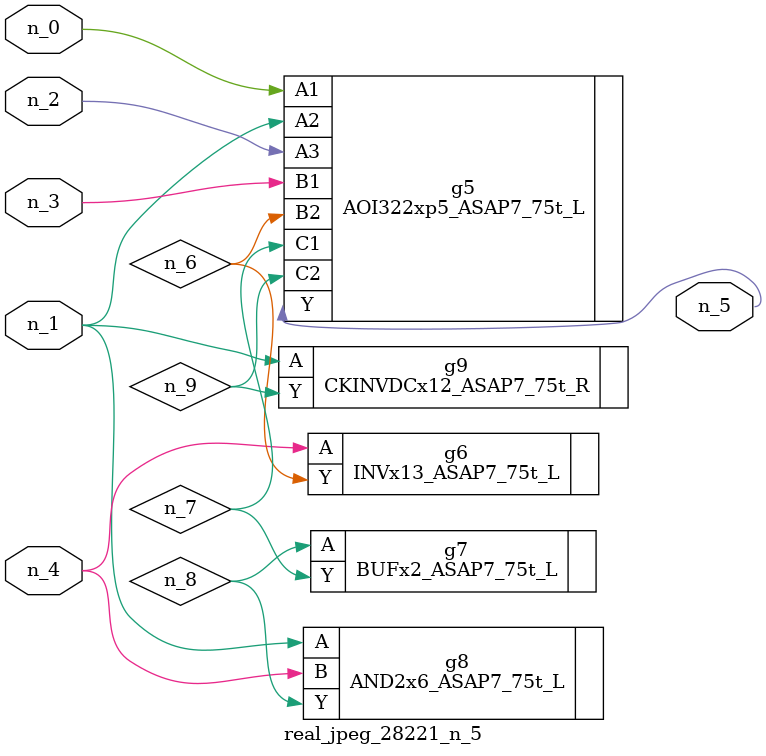
<source format=v>
module real_jpeg_28221_n_5 (n_4, n_0, n_1, n_2, n_3, n_5);

input n_4;
input n_0;
input n_1;
input n_2;
input n_3;

output n_5;

wire n_8;
wire n_6;
wire n_7;
wire n_9;

AOI322xp5_ASAP7_75t_L g5 ( 
.A1(n_0),
.A2(n_1),
.A3(n_2),
.B1(n_3),
.B2(n_6),
.C1(n_7),
.C2(n_9),
.Y(n_5)
);

AND2x6_ASAP7_75t_L g8 ( 
.A(n_1),
.B(n_4),
.Y(n_8)
);

CKINVDCx12_ASAP7_75t_R g9 ( 
.A(n_1),
.Y(n_9)
);

INVx13_ASAP7_75t_L g6 ( 
.A(n_4),
.Y(n_6)
);

BUFx2_ASAP7_75t_L g7 ( 
.A(n_8),
.Y(n_7)
);


endmodule
</source>
